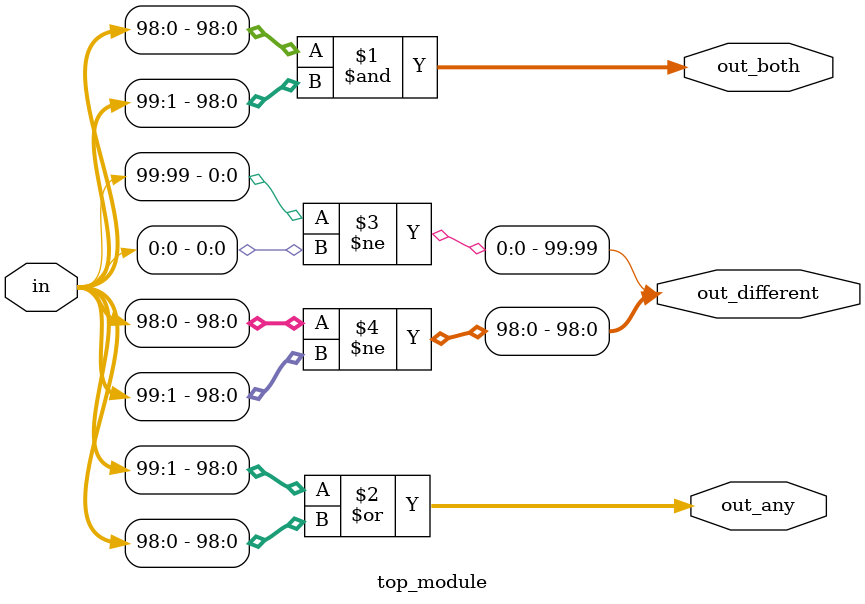
<source format=sv>
module top_module (
	input [99:0] in,
	output [98:0] out_both,
	output [99:1] out_any,
	output [99:0] out_different
);

	// Logic for out_both
	assign out_both[98:0] = in[98:0] & in[99:1];

	// Logic for out_any
	assign out_any[99:1] = in[99:1] | in[98:0];

	// Logic for out_different
	assign out_different[99] = (in[99] != in[0]);
	assign out_different[98:0] = (in[98:0] != {1'b0, in[99:1]});

endmodule

</source>
